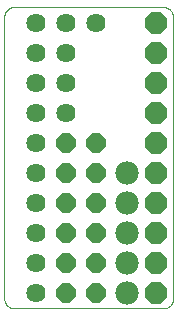
<source format=gbs>
G75*
%MOIN*%
%OFA0B0*%
%FSLAX25Y25*%
%IPPOS*%
%LPD*%
%AMOC8*
5,1,8,0,0,1.08239X$1,22.5*
%
%ADD10C,0.00000*%
%ADD11OC8,0.07400*%
%ADD12OC8,0.06400*%
%ADD13C,0.06400*%
%ADD14C,0.07800*%
D10*
X0048750Y0031333D02*
X0048750Y0125033D01*
X0048752Y0125147D01*
X0048758Y0125260D01*
X0048767Y0125373D01*
X0048780Y0125486D01*
X0048797Y0125599D01*
X0048818Y0125710D01*
X0048843Y0125821D01*
X0048871Y0125931D01*
X0048903Y0126040D01*
X0048938Y0126148D01*
X0048977Y0126255D01*
X0049020Y0126360D01*
X0049066Y0126464D01*
X0049115Y0126566D01*
X0049168Y0126667D01*
X0049225Y0126766D01*
X0049284Y0126862D01*
X0049347Y0126957D01*
X0049413Y0127050D01*
X0049482Y0127140D01*
X0049554Y0127228D01*
X0049628Y0127314D01*
X0049706Y0127397D01*
X0049786Y0127477D01*
X0049869Y0127555D01*
X0049955Y0127629D01*
X0050043Y0127701D01*
X0050133Y0127770D01*
X0050226Y0127836D01*
X0050321Y0127899D01*
X0050417Y0127958D01*
X0050516Y0128015D01*
X0050617Y0128068D01*
X0050719Y0128117D01*
X0050823Y0128163D01*
X0050928Y0128206D01*
X0051035Y0128245D01*
X0051143Y0128280D01*
X0051252Y0128312D01*
X0051362Y0128340D01*
X0051473Y0128365D01*
X0051584Y0128386D01*
X0051697Y0128403D01*
X0051810Y0128416D01*
X0051923Y0128425D01*
X0052036Y0128431D01*
X0052150Y0128433D01*
X0101646Y0128433D01*
X0101761Y0128431D01*
X0101875Y0128425D01*
X0101989Y0128415D01*
X0102103Y0128402D01*
X0102216Y0128384D01*
X0102328Y0128363D01*
X0102440Y0128338D01*
X0102551Y0128309D01*
X0102661Y0128276D01*
X0102769Y0128239D01*
X0102876Y0128199D01*
X0102982Y0128155D01*
X0103086Y0128108D01*
X0103189Y0128057D01*
X0103290Y0128003D01*
X0103389Y0127945D01*
X0103486Y0127884D01*
X0103580Y0127819D01*
X0103673Y0127751D01*
X0103763Y0127681D01*
X0103850Y0127607D01*
X0103935Y0127530D01*
X0104018Y0127451D01*
X0104097Y0127368D01*
X0104174Y0127283D01*
X0104248Y0127196D01*
X0104318Y0127106D01*
X0104386Y0127013D01*
X0104451Y0126919D01*
X0104512Y0126822D01*
X0104570Y0126723D01*
X0104624Y0126622D01*
X0104675Y0126519D01*
X0104722Y0126415D01*
X0104766Y0126309D01*
X0104806Y0126202D01*
X0104843Y0126094D01*
X0104876Y0125984D01*
X0104905Y0125873D01*
X0104930Y0125761D01*
X0104951Y0125649D01*
X0104969Y0125536D01*
X0104982Y0125422D01*
X0104992Y0125308D01*
X0104998Y0125194D01*
X0105000Y0125079D01*
X0105000Y0031095D01*
X0104998Y0030985D01*
X0104992Y0030874D01*
X0104983Y0030764D01*
X0104969Y0030655D01*
X0104952Y0030546D01*
X0104931Y0030438D01*
X0104906Y0030330D01*
X0104878Y0030223D01*
X0104845Y0030118D01*
X0104809Y0030014D01*
X0104770Y0029910D01*
X0104727Y0029809D01*
X0104680Y0029709D01*
X0104630Y0029611D01*
X0104576Y0029514D01*
X0104520Y0029419D01*
X0104459Y0029327D01*
X0104396Y0029236D01*
X0104330Y0029148D01*
X0104260Y0029063D01*
X0104188Y0028979D01*
X0104113Y0028898D01*
X0104035Y0028820D01*
X0103954Y0028745D01*
X0103870Y0028673D01*
X0103785Y0028603D01*
X0103697Y0028537D01*
X0103606Y0028474D01*
X0103514Y0028413D01*
X0103419Y0028357D01*
X0103322Y0028303D01*
X0103224Y0028253D01*
X0103124Y0028206D01*
X0103023Y0028163D01*
X0102919Y0028124D01*
X0102815Y0028088D01*
X0102710Y0028055D01*
X0102603Y0028027D01*
X0102495Y0028002D01*
X0102387Y0027981D01*
X0102278Y0027964D01*
X0102169Y0027950D01*
X0102059Y0027941D01*
X0101948Y0027935D01*
X0101838Y0027933D01*
X0052150Y0027933D01*
X0052036Y0027935D01*
X0051923Y0027941D01*
X0051810Y0027950D01*
X0051697Y0027963D01*
X0051584Y0027980D01*
X0051473Y0028001D01*
X0051362Y0028026D01*
X0051252Y0028054D01*
X0051143Y0028086D01*
X0051035Y0028121D01*
X0050928Y0028160D01*
X0050823Y0028203D01*
X0050719Y0028249D01*
X0050617Y0028298D01*
X0050516Y0028351D01*
X0050417Y0028408D01*
X0050321Y0028467D01*
X0050226Y0028530D01*
X0050133Y0028596D01*
X0050043Y0028665D01*
X0049955Y0028737D01*
X0049869Y0028811D01*
X0049786Y0028889D01*
X0049706Y0028969D01*
X0049628Y0029052D01*
X0049554Y0029138D01*
X0049482Y0029226D01*
X0049413Y0029316D01*
X0049347Y0029409D01*
X0049284Y0029504D01*
X0049225Y0029600D01*
X0049168Y0029699D01*
X0049115Y0029800D01*
X0049066Y0029902D01*
X0049020Y0030006D01*
X0048977Y0030111D01*
X0048938Y0030218D01*
X0048903Y0030326D01*
X0048871Y0030435D01*
X0048843Y0030545D01*
X0048818Y0030656D01*
X0048797Y0030767D01*
X0048780Y0030880D01*
X0048767Y0030993D01*
X0048758Y0031106D01*
X0048752Y0031219D01*
X0048750Y0031333D01*
D11*
X0099500Y0033183D03*
X0099500Y0043183D03*
X0099500Y0053183D03*
X0099500Y0063183D03*
X0099500Y0073183D03*
X0099500Y0083183D03*
X0099500Y0093183D03*
X0099500Y0103183D03*
X0099500Y0113183D03*
X0099500Y0123183D03*
D12*
X0079500Y0083183D03*
X0069500Y0083183D03*
X0069500Y0073183D03*
X0079500Y0073183D03*
X0079500Y0063183D03*
X0079500Y0053183D03*
X0069500Y0053183D03*
X0069500Y0063183D03*
X0069500Y0043183D03*
X0069500Y0033183D03*
X0079500Y0033183D03*
X0079500Y0043183D03*
D13*
X0059500Y0043183D03*
X0059500Y0033183D03*
X0059500Y0053183D03*
X0059500Y0063183D03*
X0059500Y0073183D03*
X0059500Y0083183D03*
X0059500Y0093183D03*
X0069500Y0093183D03*
X0069500Y0103183D03*
X0059500Y0103183D03*
X0059500Y0113183D03*
X0069500Y0113183D03*
X0069500Y0123183D03*
X0059500Y0123183D03*
X0079500Y0123183D03*
D14*
X0089625Y0073058D03*
X0089625Y0063058D03*
X0089625Y0053058D03*
X0089625Y0043058D03*
X0089625Y0033058D03*
M02*

</source>
